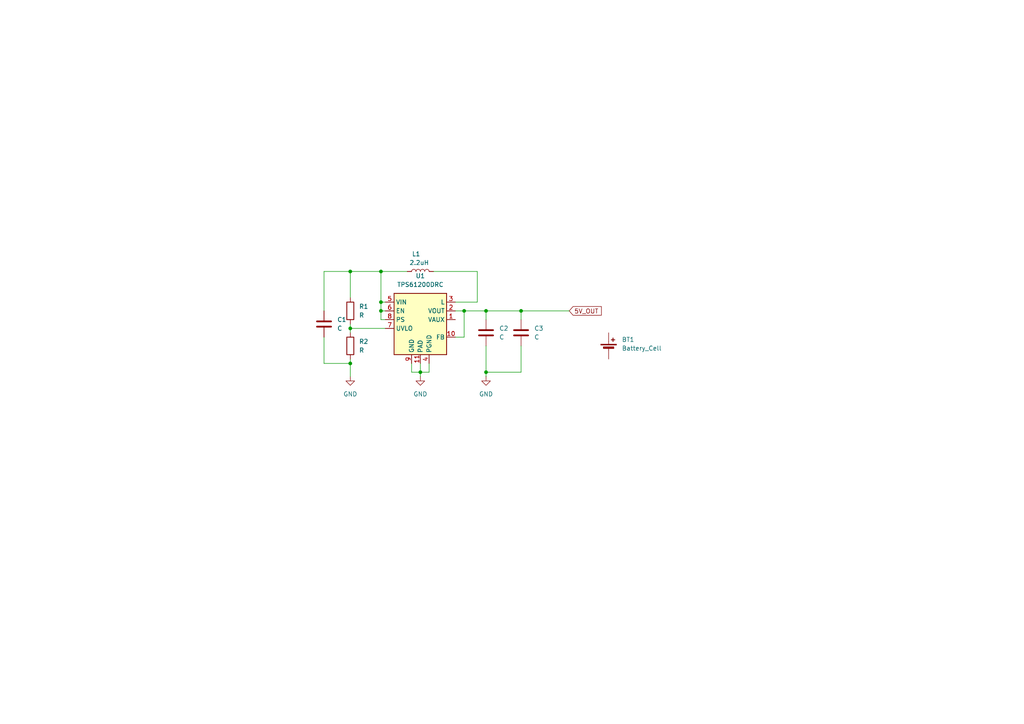
<source format=kicad_sch>
(kicad_sch (version 20250114) (generator "eeschema") (generator_version "9.0")
  (paper "A4")
  (lib_symbols
    (symbol "Device:Battery_Cell" (pin_numbers (hide yes)) (pin_names (offset 0) (hide yes))
      (property "Reference" "BT" (at 2.54 2.54 0))
      (property "Value" "Battery_Cell" (at 2.54 0 0))
      (symbol "Battery_Cell_0_1"
        (rectangle (start -2.286 1.778) (end 2.286 1.524) (fill (type outline)))
        (rectangle (start -1.524 1.016) (end 1.524 0.508) (fill (type outline)))
        (polyline (pts (xy 0 1.778) (xy 0 2.54)))
        (polyline (pts (xy 0 0.762) (xy 0 0)))
        (polyline (pts (xy 0.762 3.048) (xy 1.778 3.048)) (stroke (width 0.254)))
        (polyline (pts (xy 1.27 3.556) (xy 1.27 2.54)) (stroke (width 0.254)))
      )
      (symbol "Battery_Cell_1_1"
        (pin passive line (at 0 5.08 270) (length 2.54) (name "+") (number "1"))
        (pin passive line (at 0 -2.54 90) (length 2.54) (name "-") (number "2"))
      )
    )
    (symbol "Device:C" (pin_numbers (hide yes)) (pin_names (offset 0.254))
      (property "Reference" "C" (at 0.635 2.54 0))
      (property "Value" "C" (at 0.635 -2.54 0))
      (symbol "C_0_1"
        (polyline (pts (xy -2.032 0.762) (xy 2.032 0.762)) (stroke (width 0.508)))
        (polyline (pts (xy -2.032 -0.762) (xy 2.032 -0.762)) (stroke (width 0.508)))
      )
      (symbol "C_1_1"
        (pin passive line (at 0 3.81 270) (length 2.794) (name "~") (number "1"))
        (pin passive line (at 0 -3.81 90) (length 2.794) (name "~") (number "2"))
      )
    )
    (symbol "Device:L" (pin_numbers (hide yes)) (pin_names (offset 1.016) (hide yes))
      (property "Reference" "L" (at -1.27 0 90))
      (property "Value" "L" (at 1.905 0 90))
      (symbol "L_0_1"
        (arc (start 0 2.54) (mid 0.6323 1.905) (end 0 1.27))
        (arc (start 0 1.27) (mid 0.6323 0.635) (end 0 0))
        (arc (start 0 0) (mid 0.6323 -0.635) (end 0 -1.27))
        (arc (start 0 -1.27) (mid 0.6323 -1.905) (end 0 -2.54))
      )
      (symbol "L_1_1"
        (pin passive line (at 0 3.81 270) (length 1.27) (name "1") (number "1"))
        (pin passive line (at 0 -3.81 90) (length 1.27) (name "2") (number "2"))
      )
    )
    (symbol "Device:R" (pin_numbers (hide yes)) (pin_names (offset 0))
      (property "Reference" "R" (at 2.032 0 90))
      (property "Value" "R" (at 0 0 90))
      (symbol "R_0_1"
        (rectangle (start -1.016 -2.54) (end 1.016 2.54) (stroke (width 0.254)))
      )
      (symbol "R_1_1"
        (pin passive line (at 0 3.81 270) (length 1.27) (name "~") (number "1"))
        (pin passive line (at 0 -3.81 90) (length 1.27) (name "~") (number "2"))
      )
    )
    (symbol "Regulator_Switching:TPS61200DRC"
      (property "Reference" "U" (at -10.16 8.89 0))
      (property "Value" "TPS61200DRC" (at -2.54 8.89 0))
      (symbol "TPS61200DRC_0_1"
        (rectangle (start -7.62 7.62) (end 7.62 -10.16) (stroke (width 0.254)) (fill (type background)))
      )
      (symbol "TPS61200DRC_1_1"
        (pin power_in line (at -10.16 5.08 0) (length 2.54) (name "VIN") (number "5"))
        (pin input line (at -10.16 2.54 0) (length 2.54) (name "EN") (number "6"))
        (pin input line (at -10.16 0 0) (length 2.54) (name "PS") (number "8"))
        (pin input line (at -10.16 -2.54 0) (length 2.54) (name "UVLO") (number "7"))
        (pin power_in line (at -2.54 -12.7 90) (length 2.54) (name "GND") (number "9"))
        (pin power_in line (at 0 -12.7 90) (length 2.54) (name "PAD") (number "11"))
        (pin power_in line (at 2.54 -12.7 90) (length 2.54) (name "PGND") (number "4"))
        (pin input line (at 10.16 5.08 180) (length 2.54) (name "L") (number "3"))
        (pin power_out line (at 10.16 2.54 180) (length 2.54) (name "VOUT") (number "2"))
        (pin bidirectional line (at 10.16 0 180) (length 2.54) (name "VAUX") (number "1"))
        (pin input line (at 10.16 -5.08 180) (length 2.54) (name "FB") (number "10"))
      )
    )
    (symbol "power:GND" (power) (pin_numbers (hide yes)) (pin_names (offset 0) (hide yes))
      (property "Value" "GND" (at 0 -3.81 0))
      (symbol "GND_0_1"
        (polyline (pts (xy 0 0) (xy 0 -1.27) (xy 1.27 -1.27) (xy 0 -2.54) (xy -1.27 -1.27) (xy 0 -1.27)))
      )
      (symbol "GND_1_1"
        (pin power_in line (at 0 0 270) (length 0) (name "~") (number "1"))
      )
    )
  )
  (junction (at 101.6 105.41))
  (junction (at 101.6 78.74))
  (junction (at 121.92 107.95))
  (junction (at 140.97 90.17))
  (junction (at 110.49 78.74))
  (junction (at 151.13 90.17))
  (junction (at 134.62 90.17))
  (junction (at 140.97 107.95))
  (junction (at 110.49 87.63))
  (junction (at 110.49 90.17))
  (junction (at 101.6 95.25))
  (wire (pts (xy 121.92 105.41) (xy 121.92 107.95)))
  (wire (pts (xy 101.6 105.41) (xy 101.6 104.14)))
  (wire (pts (xy 93.98 105.41) (xy 101.6 105.41)))
  (wire (pts (xy 121.92 107.95) (xy 121.92 109.22)))
  (wire (pts (xy 119.38 107.95) (xy 121.92 107.95)))
  (wire (pts (xy 101.6 95.25) (xy 111.76 95.25)))
  (wire (pts (xy 138.43 87.63) (xy 132.08 87.63)))
  (wire (pts (xy 125.73 78.74) (xy 138.43 78.74)))
  (wire (pts (xy 101.6 109.22) (xy 101.6 105.41)))
  (wire (pts (xy 140.97 109.22) (xy 140.97 107.95)))
  (wire (pts (xy 134.62 90.17) (xy 140.97 90.17)))
  (wire (pts (xy 101.6 78.74) (xy 101.6 86.36)))
  (wire (pts (xy 121.92 107.95) (xy 124.46 107.95)))
  (wire (pts (xy 132.08 90.17) (xy 134.62 90.17)))
  (wire (pts (xy 132.08 97.79) (xy 134.62 97.79)))
  (wire (pts (xy 151.13 100.33) (xy 151.13 107.95)))
  (wire (pts (xy 111.76 92.71) (xy 110.49 92.71)))
  (wire (pts (xy 110.49 78.74) (xy 101.6 78.74)))
  (wire (pts (xy 151.13 90.17) (xy 151.13 92.71)))
  (wire (pts (xy 93.98 97.79) (xy 93.98 105.41)))
  (wire (pts (xy 101.6 96.52) (xy 101.6 95.25)))
  (wire (pts (xy 110.49 87.63) (xy 110.49 78.74)))
  (wire (pts (xy 110.49 90.17) (xy 110.49 87.63)))
  (wire (pts (xy 101.6 93.98) (xy 101.6 95.25)))
  (wire (pts (xy 124.46 105.41) (xy 124.46 107.95)))
  (wire (pts (xy 119.38 105.41) (xy 119.38 107.95)))
  (wire (pts (xy 93.98 78.74) (xy 93.98 90.17)))
  (wire (pts (xy 110.49 92.71) (xy 110.49 90.17)))
  (wire (pts (xy 140.97 90.17) (xy 151.13 90.17)))
  (wire (pts (xy 110.49 78.74) (xy 118.11 78.74)))
  (wire (pts (xy 140.97 100.33) (xy 140.97 107.95)))
  (wire (pts (xy 110.49 90.17) (xy 111.76 90.17)))
  (wire (pts (xy 134.62 97.79) (xy 134.62 90.17)))
  (wire (pts (xy 140.97 90.17) (xy 140.97 92.71)))
  (wire (pts (xy 110.49 87.63) (xy 111.76 87.63)))
  (wire (pts (xy 151.13 90.17) (xy 165.1 90.17)))
  (wire (pts (xy 101.6 78.74) (xy 93.98 78.74)))
  (wire (pts (xy 151.13 107.95) (xy 140.97 107.95)))
  (wire (pts (xy 138.43 78.74) (xy 138.43 87.63)))
  (global_label "5V_OUT" (shape input) (at 165.1 90.17 0) (property "Intersheetrefs" "${INTERSHEET_REFS}" (effects (hide yes))))
  (symbol (lib_id "power:GND") (at 101.6 109.22 0) (unit 1)
    (property "Reference" "#PWR01" (effects (hide yes)))
    (property "Value" "GND" (at 101.6 114.3 0))
    (property "Description" "Power symbol creates a global label with name \"GND\" , ground" (effects (hide yes)))
  )
  (symbol (lib_id "Device:R") (at 101.6 90.17 0) (unit 1)
    (property "Reference" "R1" (at 104.14 88.8999 0) (effects (justify left)))
    (property "Value" "R" (at 104.14 91.4399 0) (effects (justify left)))
    (property "Description" "Resistor" (effects (hide yes)))
  )
  (symbol (lib_id "Device:C") (at 151.13 96.52 0) (unit 1)
    (property "Reference" "C3" (at 154.94 95.2499 0) (effects (justify left)))
    (property "Value" "C" (at 154.94 97.7899 0) (effects (justify left)))
    (property "Description" "Unpolarized capacitor" (effects (hide yes)))
  )
  (symbol (lib_id "power:GND") (at 140.97 109.22 0) (unit 1)
    (property "Reference" "#PWR03" (effects (hide yes)))
    (property "Value" "GND" (at 140.97 114.3 0))
    (property "Description" "Power symbol creates a global label with name \"GND\" , ground" (effects (hide yes)))
  )
  (symbol (lib_id "Device:R") (at 101.6 100.33 0) (unit 1)
    (property "Reference" "R2" (at 104.14 99.0599 0) (effects (justify left)))
    (property "Value" "R" (at 104.14 101.5999 0) (effects (justify left)))
    (property "Description" "Resistor" (effects (hide yes)))
  )
  (symbol (lib_id "Device:Battery_Cell") (at 176.53 101.6 0) (unit 1)
    (property "Reference" "BT1" (at 180.34 98.4884 0) (effects (justify left)))
    (property "Value" "Battery_Cell" (at 180.34 101.0284 0) (effects (justify left)))
    (property "Description" "Single-cell battery" (effects (hide yes)))
  )
  (symbol (lib_id "power:GND") (at 121.92 109.22 0) (unit 1)
    (property "Reference" "#PWR02" (effects (hide yes)))
    (property "Value" "GND" (at 121.92 114.3 0))
    (property "Description" "Power symbol creates a global label with name \"GND\" , ground" (effects (hide yes)))
  )
  (symbol (lib_id "Device:L") (at 121.92 78.74 90) (unit 1)
    (property "Reference" "L1" (at 121.92 73.66 90) (effects (justify left)))
    (property "Value" "2.2uH" (at 124.46 76.2 90) (effects (justify left)))
    (property "Description" "Inductor" (effects (hide yes)))
  )
  (symbol (lib_id "Regulator_Switching:TPS61200DRC") (at 121.92 92.71 0) (unit 1)
    (property "Reference" "U1" (at 121.92 80.01 0))
    (property "Value" "TPS61200DRC" (at 121.92 82.55 0))
    (property "Footprint" "Package_SON:Texas_S-PVSON-N10_ThermalVias" (effects (hide yes)))
    (property "Datasheet" "http://www.ti.com/lit/ds/symlink/tps61200.pdf" (effects (hide yes)))
    (property "Description" "Low Input Voltage Synchronous Boost Converter With 1.3A Switches, Adjustable Output Voltage, 0.3-5.5V Input Voltage, VSON-10" (effects (hide yes)))
  )
  (symbol (lib_id "Device:C") (at 140.97 96.52 0) (unit 1)
    (property "Reference" "C2" (at 144.78 95.2499 0) (effects (justify left)))
    (property "Value" "C" (at 144.78 97.7899 0) (effects (justify left)))
    (property "Description" "Unpolarized capacitor" (effects (hide yes)))
  )
  (symbol (lib_id "Device:C") (at 93.98 93.98 0) (unit 1)
    (property "Reference" "C1" (at 97.79 92.7099 0) (effects (justify left)))
    (property "Value" "C" (at 97.79 95.2499 0) (effects (justify left)))
    (property "Description" "Unpolarized capacitor" (effects (hide yes)))
  )
)
</source>
